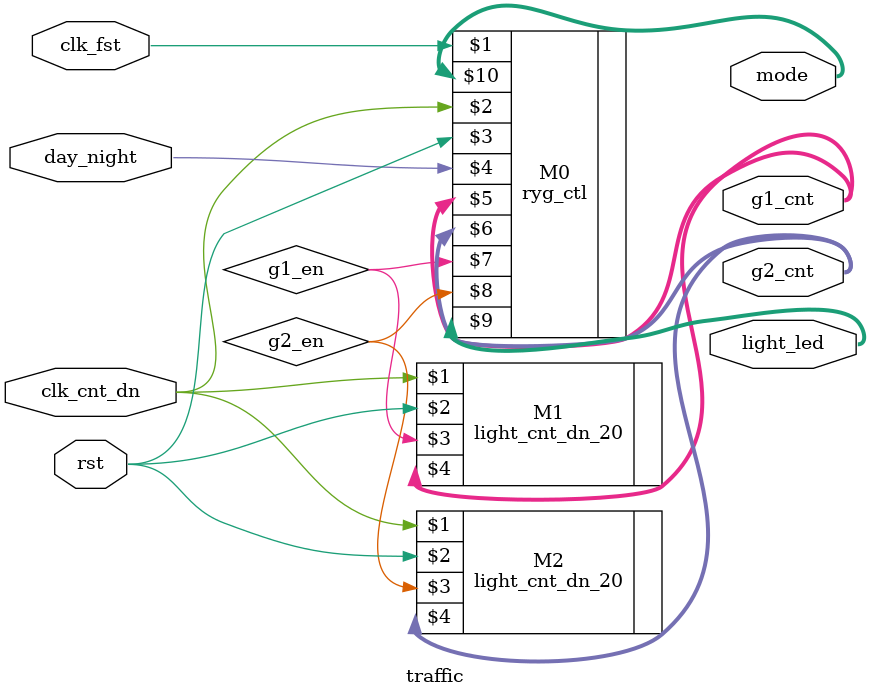
<source format=v>
module traffic (clk_fst, clk_cnt_dn, rst, day_night, g1_cnt, g2_cnt, light_led, mode);
	input clk_fst, clk_cnt_dn, rst, day_night;
	output [5:0] light_led;
	output [7:0] g1_cnt;
	output [7:0] g2_cnt;
	output [2:0] mode;
	wire g1_en, g2_en;
	wire [7:0] g1_cnt;
	wire [7:0] g2_cnt;
	ryg_ctl M0(clk_fst, clk_cnt_dn, rst, day_night, g1_cnt, g2_cnt, g1_en, g2_en, light_led, mode);
	light_cnt_dn_20 M1(clk_cnt_dn, rst, g1_en, g1_cnt); // for light 1
	light_cnt_dn_20 M2(clk_cnt_dn, rst, g2_en, g2_cnt); // for light 2 
endmodule

</source>
